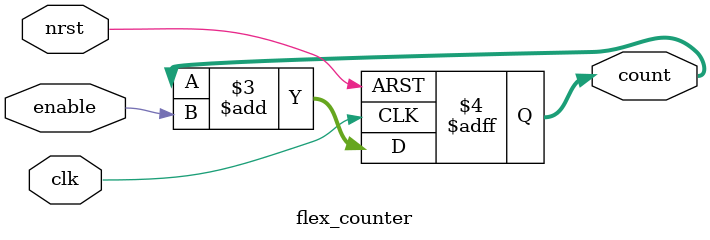
<source format=sv>

module flex_counter #( parameter N=16 ) (
    input logic nrst,
    input logic clk,
    input logic enable,
    output logic[0:N-1] count
);

always_ff @( posedge clk, negedge nrst ) begin
    if (~nrst) count <= '0;
    else count <= count + enable;
end


endmodule
</source>
